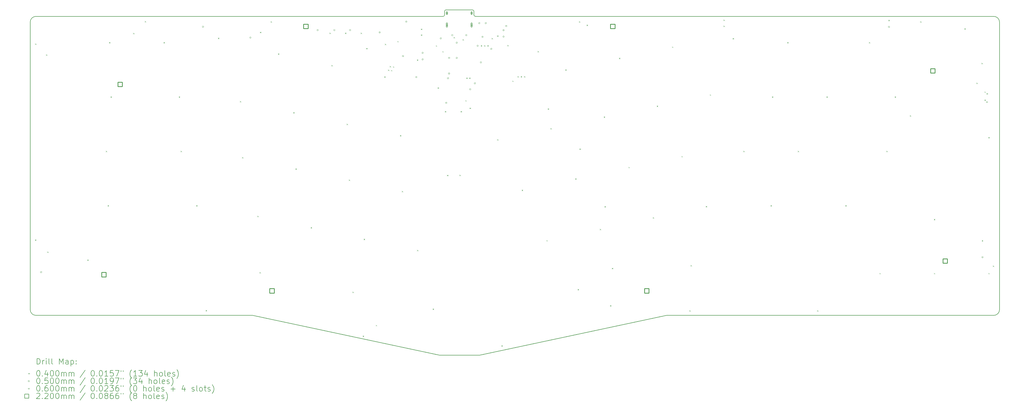
<source format=gbr>
%FSLAX45Y45*%
G04 Gerber Fmt 4.5, Leading zero omitted, Abs format (unit mm)*
G04 Created by KiCad (PCBNEW (5.99.0-10444-g64d35ecebc)) date 2021-06-19 10:51:50*
%MOMM*%
%LPD*%
G01*
G04 APERTURE LIST*
%TA.AperFunction,Profile*%
%ADD10C,0.150000*%
%TD*%
%ADD11C,0.200000*%
%ADD12C,0.040000*%
%ADD13C,0.050000*%
%ADD14C,0.060000*%
%ADD15C,0.220000*%
G04 APERTURE END LIST*
D10*
X36249995Y-2443251D02*
G75*
G02*
X36449995Y-2643251I0J-200000D01*
G01*
X2741250Y-12920750D02*
G75*
G02*
X2541250Y-12720750I0J200000D01*
G01*
X2541250Y-2643251D02*
X2541250Y-12720750D01*
X24811000Y-12920750D02*
X36249995Y-12920750D01*
X2741250Y-12920750D02*
X10312670Y-12920750D01*
X16860000Y-14312523D02*
X18263000Y-14312523D01*
X10312670Y-12920750D02*
X16860000Y-14312523D01*
X2741250Y-2443251D02*
G75*
G03*
X2541250Y-2643251I0J-200000D01*
G01*
X18263000Y-14312523D02*
X24811000Y-12920750D01*
X36449995Y-2643251D02*
X36449995Y-12720750D01*
X17037500Y-2397279D02*
X17037500Y-2261081D01*
X17037500Y-2261081D02*
G75*
G02*
X17088091Y-2214880I50591J-4599D01*
G01*
X36249995Y-12920750D02*
G75*
G03*
X36449995Y-12720750I0J200000D01*
G01*
X18117207Y-2443281D02*
X36249995Y-2443251D01*
X17037500Y-2397279D02*
G75*
G02*
X16986909Y-2443480I-50591J4599D01*
G01*
X18018799Y-2215000D02*
G75*
G02*
X18065000Y-2265591I-4599J-50591D01*
G01*
X16986909Y-2443480D02*
X2741250Y-2443251D01*
X18117207Y-2443281D02*
G75*
G02*
X18065000Y-2392500I-1407J50781D01*
G01*
X18018799Y-2215000D02*
X17088091Y-2214880D01*
X18065000Y-2392500D02*
X18065000Y-2265591D01*
D11*
D12*
X2710500Y-10259380D02*
X2750500Y-10299380D01*
X2750500Y-10259380D02*
X2710500Y-10299380D01*
X2713040Y-3393760D02*
X2753040Y-3433760D01*
X2753040Y-3393760D02*
X2713040Y-3433760D01*
X3094040Y-3774760D02*
X3134040Y-3814760D01*
X3134040Y-3774760D02*
X3094040Y-3814760D01*
X3134680Y-10683560D02*
X3174680Y-10723560D01*
X3174680Y-10683560D02*
X3134680Y-10723560D01*
X4539300Y-10965500D02*
X4579300Y-11005500D01*
X4579300Y-10965500D02*
X4539300Y-11005500D01*
X5187000Y-7155500D02*
X5227000Y-7195500D01*
X5227000Y-7155500D02*
X5187000Y-7195500D01*
X5250500Y-9060500D02*
X5290500Y-9100500D01*
X5290500Y-9060500D02*
X5250500Y-9100500D01*
X5301300Y-3345500D02*
X5341300Y-3385500D01*
X5341300Y-3345500D02*
X5301300Y-3385500D01*
X5352100Y-5250500D02*
X5392100Y-5290500D01*
X5392100Y-5250500D02*
X5352100Y-5290500D01*
X6142040Y-3022920D02*
X6182040Y-3062920D01*
X6182040Y-3022920D02*
X6142040Y-3062920D01*
X6550980Y-2609590D02*
X6590980Y-2649590D01*
X6590980Y-2609590D02*
X6550980Y-2649590D01*
X7206300Y-3345500D02*
X7246300Y-3385500D01*
X7246300Y-3345500D02*
X7206300Y-3385500D01*
X7739700Y-5250500D02*
X7779700Y-5290500D01*
X7779700Y-5250500D02*
X7739700Y-5290500D01*
X7803200Y-7155500D02*
X7843200Y-7195500D01*
X7843200Y-7155500D02*
X7803200Y-7195500D01*
X8349300Y-9060500D02*
X8389300Y-9100500D01*
X8389300Y-9060500D02*
X8349300Y-9100500D01*
X8679500Y-12733340D02*
X8719500Y-12773340D01*
X8719500Y-12733340D02*
X8679500Y-12773340D01*
X9111300Y-3193100D02*
X9151300Y-3233100D01*
X9151300Y-3193100D02*
X9111300Y-3233100D01*
X9876225Y-5410948D02*
X9916225Y-5450948D01*
X9916225Y-5410948D02*
X9876225Y-5450948D01*
X9953453Y-7376963D02*
X9993453Y-7416963D01*
X9993453Y-7376963D02*
X9953453Y-7416963D01*
X10486853Y-9434363D02*
X10526853Y-9474363D01*
X10526853Y-9434363D02*
X10486853Y-9474363D01*
X10563053Y-11402863D02*
X10603053Y-11442863D01*
X10603053Y-11402863D02*
X10563053Y-11442863D01*
X10581960Y-2984820D02*
X10621960Y-3024820D01*
X10621960Y-2984820D02*
X10581960Y-3024820D01*
X10952800Y-2613980D02*
X10992800Y-2653980D01*
X10992800Y-2613980D02*
X10952800Y-2653980D01*
X11210753Y-3744763D02*
X11250753Y-3784763D01*
X11250753Y-3744763D02*
X11210753Y-3784763D01*
X11744153Y-5802163D02*
X11784153Y-5842163D01*
X11784153Y-5802163D02*
X11744153Y-5842163D01*
X11820353Y-7770663D02*
X11860353Y-7810663D01*
X11860353Y-7770663D02*
X11820353Y-7810663D01*
X12353753Y-9828063D02*
X12393753Y-9868063D01*
X12393753Y-9828063D02*
X12353753Y-9868063D01*
X13010200Y-3015300D02*
X13050200Y-3055300D01*
X13050200Y-3015300D02*
X13010200Y-3055300D01*
X13077653Y-4151163D02*
X13117653Y-4191163D01*
X13117653Y-4151163D02*
X13077653Y-4191163D01*
X13556300Y-3015300D02*
X13596300Y-3055300D01*
X13596300Y-3015300D02*
X13556300Y-3055300D01*
X13611053Y-6208563D02*
X13651053Y-6248563D01*
X13651053Y-6208563D02*
X13611053Y-6248563D01*
X13687253Y-8164363D02*
X13727253Y-8204363D01*
X13727253Y-8164363D02*
X13687253Y-8204363D01*
X13814253Y-12088663D02*
X13854253Y-12128663D01*
X13854253Y-12088663D02*
X13814253Y-12128663D01*
X14102400Y-3015300D02*
X14142400Y-3055300D01*
X14142400Y-3015300D02*
X14102400Y-3055300D01*
X14173520Y-13629960D02*
X14213520Y-13669960D01*
X14213520Y-13629960D02*
X14173520Y-13669960D01*
X14207953Y-10234463D02*
X14247953Y-10274463D01*
X14247953Y-10234463D02*
X14207953Y-10274463D01*
X14295440Y-3551240D02*
X14335440Y-3591240D01*
X14335440Y-3551240D02*
X14295440Y-3591240D01*
X14630720Y-13254040D02*
X14670720Y-13294040D01*
X14670720Y-13254040D02*
X14630720Y-13294040D01*
X14927892Y-4548824D02*
X14967892Y-4588824D01*
X14967892Y-4548824D02*
X14927892Y-4588824D01*
X14945680Y-3406460D02*
X14985680Y-3446460D01*
X14985680Y-3406460D02*
X14945680Y-3446460D01*
X15056310Y-4310728D02*
X15096310Y-4350728D01*
X15096310Y-4310728D02*
X15056310Y-4350728D01*
X15118401Y-4183700D02*
X15158401Y-4223700D01*
X15158401Y-4183700D02*
X15118401Y-4223700D01*
X15163911Y-4321974D02*
X15203911Y-4361974D01*
X15203911Y-4321974D02*
X15163911Y-4361974D01*
X15232700Y-4196400D02*
X15272700Y-4236400D01*
X15272700Y-4196400D02*
X15232700Y-4236400D01*
X15385100Y-3307400D02*
X15425100Y-3347400D01*
X15425100Y-3307400D02*
X15385100Y-3347400D01*
X15477953Y-6602263D02*
X15517953Y-6642263D01*
X15517953Y-6602263D02*
X15477953Y-6642263D01*
X15541453Y-8558063D02*
X15581453Y-8598063D01*
X15581453Y-8558063D02*
X15541453Y-8598063D01*
X16070900Y-3955100D02*
X16110900Y-3995100D01*
X16110900Y-3955100D02*
X16070900Y-3995100D01*
X16074853Y-10628163D02*
X16114853Y-10668163D01*
X16114853Y-10628163D02*
X16074853Y-10668163D01*
X16210600Y-2875600D02*
X16250600Y-2915600D01*
X16250600Y-2875600D02*
X16210600Y-2915600D01*
X16210600Y-3078800D02*
X16250600Y-3118800D01*
X16250600Y-3078800D02*
X16210600Y-3118800D01*
X16620953Y-12685563D02*
X16660953Y-12725563D01*
X16660953Y-12685563D02*
X16620953Y-12725563D01*
X16731300Y-3459800D02*
X16771300Y-3499800D01*
X16771300Y-3459800D02*
X16731300Y-3499800D01*
X16794800Y-4932998D02*
X16834800Y-4972998D01*
X16834800Y-4932998D02*
X16794800Y-4972998D01*
X16959900Y-3663000D02*
X16999900Y-3703000D01*
X16999900Y-3663000D02*
X16959900Y-3703000D01*
X17046258Y-5761042D02*
X17086258Y-5801042D01*
X17086258Y-5761042D02*
X17046258Y-5801042D01*
X17122460Y-7996240D02*
X17162460Y-8036240D01*
X17162460Y-7996240D02*
X17122460Y-8036240D01*
X17353600Y-3165160D02*
X17393600Y-3205160D01*
X17393600Y-3165160D02*
X17353600Y-3205160D01*
X17556800Y-7993700D02*
X17596800Y-8033700D01*
X17596800Y-7993700D02*
X17556800Y-8033700D01*
X17597442Y-5761042D02*
X17637442Y-5801042D01*
X17637442Y-5761042D02*
X17597442Y-5801042D01*
X17664850Y-3245270D02*
X17704850Y-3285270D01*
X17704850Y-3245270D02*
X17664850Y-3285270D01*
X17763175Y-5380675D02*
X17803175Y-5420675D01*
X17803175Y-5380675D02*
X17763175Y-5420675D01*
X17798100Y-4590100D02*
X17838100Y-4630100D01*
X17838100Y-4590100D02*
X17798100Y-4630100D01*
X17899700Y-4590100D02*
X17939700Y-4630100D01*
X17939700Y-4590100D02*
X17899700Y-4630100D01*
X17912400Y-5644200D02*
X17952400Y-5684200D01*
X17952400Y-5644200D02*
X17912400Y-5684200D01*
X18306100Y-3456101D02*
X18346100Y-3496101D01*
X18346100Y-3456101D02*
X18306100Y-3496101D01*
X18420400Y-3456101D02*
X18460400Y-3496101D01*
X18460400Y-3456101D02*
X18420400Y-3496101D01*
X18534673Y-3455872D02*
X18574673Y-3495872D01*
X18574673Y-3455872D02*
X18534673Y-3495872D01*
X18678901Y-3197600D02*
X18718901Y-3237600D01*
X18718901Y-3197600D02*
X18678901Y-3237600D01*
X18877600Y-3111820D02*
X18917600Y-3151820D01*
X18917600Y-3111820D02*
X18877600Y-3151820D01*
X18877601Y-6749100D02*
X18917601Y-6789100D01*
X18917601Y-6749100D02*
X18877601Y-6789100D01*
X19024920Y-13967780D02*
X19064920Y-14007780D01*
X19064920Y-13967780D02*
X19024920Y-14007780D01*
X19233200Y-3447100D02*
X19273200Y-3487100D01*
X19273200Y-3447100D02*
X19233200Y-3487100D01*
X19406915Y-4695639D02*
X19446915Y-4735639D01*
X19446915Y-4695639D02*
X19406915Y-4735639D01*
X19588800Y-4539902D02*
X19628800Y-4579902D01*
X19628800Y-4539902D02*
X19588800Y-4579902D01*
X19703100Y-4539300D02*
X19743100Y-4579300D01*
X19743100Y-4539300D02*
X19703100Y-4579300D01*
X19737115Y-8518339D02*
X19777115Y-8558339D01*
X19777115Y-8518339D02*
X19737115Y-8558339D01*
X19817400Y-4539300D02*
X19857400Y-4579300D01*
X19857400Y-4539300D02*
X19817400Y-4579300D01*
X20293650Y-3656650D02*
X20333650Y-3696650D01*
X20333650Y-3656650D02*
X20293650Y-3696650D01*
X20600715Y-10283639D02*
X20640715Y-10323639D01*
X20640715Y-10283639D02*
X20600715Y-10323639D01*
X20645440Y-5669600D02*
X20685440Y-5709600D01*
X20685440Y-5669600D02*
X20645440Y-5709600D01*
X20740415Y-6359339D02*
X20780415Y-6399339D01*
X20780415Y-6359339D02*
X20740415Y-6399339D01*
X21261115Y-4301939D02*
X21301115Y-4341939D01*
X21301115Y-4301939D02*
X21261115Y-4341939D01*
X21608101Y-8120700D02*
X21648101Y-8160700D01*
X21648101Y-8120700D02*
X21608101Y-8160700D01*
X21692915Y-11998139D02*
X21732915Y-12038139D01*
X21732915Y-11998139D02*
X21692915Y-12038139D01*
X21737640Y-2613980D02*
X21777640Y-2653980D01*
X21777640Y-2613980D02*
X21737640Y-2653980D01*
X21752827Y-7074273D02*
X21792827Y-7114273D01*
X21792827Y-7074273D02*
X21752827Y-7114273D01*
X22004340Y-2735900D02*
X22044340Y-2775900D01*
X22044340Y-2735900D02*
X22004340Y-2775900D01*
X22467615Y-9889939D02*
X22507615Y-9929939D01*
X22507615Y-9889939D02*
X22467615Y-9929939D01*
X22607315Y-5952939D02*
X22647315Y-5992939D01*
X22647315Y-5952939D02*
X22607315Y-5992939D01*
X22631720Y-9093520D02*
X22671720Y-9133520D01*
X22671720Y-9093520D02*
X22631720Y-9133520D01*
X22827300Y-12565700D02*
X22867300Y-12605700D01*
X22867300Y-12565700D02*
X22827300Y-12605700D01*
X22892701Y-11256434D02*
X22932701Y-11296434D01*
X22932701Y-11256434D02*
X22892701Y-11296434D01*
X23140715Y-3895539D02*
X23180715Y-3935539D01*
X23180715Y-3895539D02*
X23140715Y-3935539D01*
X23470915Y-7718239D02*
X23510915Y-7758239D01*
X23510915Y-7718239D02*
X23470915Y-7758239D01*
X24321815Y-9483539D02*
X24361815Y-9523539D01*
X24361815Y-9483539D02*
X24321815Y-9523539D01*
X24461515Y-5571939D02*
X24501515Y-5611939D01*
X24501515Y-5571939D02*
X24461515Y-5611939D01*
X24994915Y-3501839D02*
X25034915Y-3541839D01*
X25034915Y-3501839D02*
X24994915Y-3541839D01*
X25325115Y-7337239D02*
X25365115Y-7377239D01*
X25365115Y-7337239D02*
X25325115Y-7377239D01*
X25598440Y-12740960D02*
X25638440Y-12780960D01*
X25638440Y-12740960D02*
X25598440Y-12780960D01*
X25642615Y-11159939D02*
X25682615Y-11199939D01*
X25682615Y-11159939D02*
X25642615Y-11199939D01*
X26176015Y-9089839D02*
X26216015Y-9129839D01*
X26216015Y-9089839D02*
X26176015Y-9129839D01*
X26315715Y-5178239D02*
X26355715Y-5218239D01*
X26355715Y-5178239D02*
X26315715Y-5218239D01*
X26794780Y-2558100D02*
X26834780Y-2598100D01*
X26834780Y-2558100D02*
X26794780Y-2598100D01*
X26794780Y-2771460D02*
X26834780Y-2811460D01*
X26834780Y-2771460D02*
X26794780Y-2811460D01*
X27113550Y-3205800D02*
X27153550Y-3245800D01*
X27153550Y-3205800D02*
X27113550Y-3245800D01*
X27488200Y-7155500D02*
X27528200Y-7195500D01*
X27528200Y-7155500D02*
X27488200Y-7195500D01*
X28440700Y-9060500D02*
X28480700Y-9100500D01*
X28480700Y-9060500D02*
X28440700Y-9100500D01*
X28491500Y-5250500D02*
X28531500Y-5290500D01*
X28531500Y-5250500D02*
X28491500Y-5290500D01*
X29024900Y-3345500D02*
X29064900Y-3385500D01*
X29064900Y-3345500D02*
X29024900Y-3385500D01*
X29393200Y-7155500D02*
X29433200Y-7195500D01*
X29433200Y-7155500D02*
X29393200Y-7195500D01*
X30068840Y-12740960D02*
X30108840Y-12780960D01*
X30108840Y-12740960D02*
X30068840Y-12780960D01*
X30396500Y-5250500D02*
X30436500Y-5290500D01*
X30436500Y-5250500D02*
X30396500Y-5290500D01*
X31056900Y-9060500D02*
X31096900Y-9100500D01*
X31096900Y-9060500D02*
X31056900Y-9100500D01*
X31882400Y-3345500D02*
X31922400Y-3385500D01*
X31922400Y-3345500D02*
X31882400Y-3385500D01*
X32250700Y-11435400D02*
X32290700Y-11475400D01*
X32290700Y-11435400D02*
X32250700Y-11475400D01*
X32492000Y-7155500D02*
X32532000Y-7195500D01*
X32532000Y-7155500D02*
X32492000Y-7195500D01*
X32563120Y-2563180D02*
X32603120Y-2603180D01*
X32603120Y-2563180D02*
X32563120Y-2603180D01*
X32784100Y-5250499D02*
X32824100Y-5290499D01*
X32824100Y-5250499D02*
X32784100Y-5290499D01*
X33311150Y-5910900D02*
X33351150Y-5950900D01*
X33351150Y-5910900D02*
X33311150Y-5950900D01*
X33675640Y-2613980D02*
X33715640Y-2653980D01*
X33715640Y-2613980D02*
X33675640Y-2653980D01*
X34155700Y-9543100D02*
X34195700Y-9583100D01*
X34195700Y-9543100D02*
X34155700Y-9583100D01*
X34155700Y-11435400D02*
X34195700Y-11475400D01*
X34195700Y-11435400D02*
X34155700Y-11475400D01*
X35222500Y-2862900D02*
X35262500Y-2902900D01*
X35262500Y-2862900D02*
X35222500Y-2902900D01*
X35641600Y-4767900D02*
X35681600Y-4807900D01*
X35681600Y-4767900D02*
X35641600Y-4807900D01*
X35816860Y-4074480D02*
X35856860Y-4114480D01*
X35856860Y-4074480D02*
X35816860Y-4114480D01*
X35832100Y-10284780D02*
X35872100Y-10324780D01*
X35872100Y-10284780D02*
X35832100Y-10324780D01*
X35923540Y-5075240D02*
X35963540Y-5115240D01*
X35963540Y-5075240D02*
X35923540Y-5115240D01*
X35924810Y-5356598D02*
X35964810Y-5396598D01*
X35964810Y-5356598D02*
X35924810Y-5396598D01*
X35990160Y-5423220D02*
X36030160Y-5463220D01*
X36030160Y-5423220D02*
X35990160Y-5463220D01*
X35996510Y-5134596D02*
X36036510Y-5174596D01*
X36036510Y-5134596D02*
X35996510Y-5174596D01*
X36060700Y-6672900D02*
X36100700Y-6712900D01*
X36100700Y-6672900D02*
X36060700Y-6712900D01*
X36060700Y-11435400D02*
X36100700Y-11475400D01*
X36100700Y-11435400D02*
X36060700Y-11475400D01*
X36215640Y-11173780D02*
X36255640Y-11213780D01*
X36255640Y-11173780D02*
X36215640Y-11213780D01*
D13*
X2948540Y-11407140D02*
G75*
G03*
X2948540Y-11407140I-25000J0D01*
G01*
X8610200Y-2804160D02*
G75*
G03*
X8610200Y-2804160I-25000J0D01*
G01*
X10266280Y-3187700D02*
G75*
G03*
X10266280Y-3187700I-25000J0D01*
G01*
X12620393Y-2924600D02*
G75*
G03*
X12620393Y-2924600I-25000J0D01*
G01*
X13205562Y-2924463D02*
G75*
G03*
X13205562Y-2924463I-25000J0D01*
G01*
X13754216Y-2924626D02*
G75*
G03*
X13754216Y-2924626I-25000J0D01*
G01*
X14792560Y-3004820D02*
G75*
G03*
X14792560Y-3004820I-25000J0D01*
G01*
X15607900Y-3835400D02*
G75*
G03*
X15607900Y-3835400I-25000J0D01*
G01*
X15722199Y-2628900D02*
G75*
G03*
X15722199Y-2628900I-25000J0D01*
G01*
X16072720Y-4572000D02*
G75*
G03*
X16072720Y-4572000I-25000J0D01*
G01*
X16293700Y-3721100D02*
G75*
G03*
X16293700Y-3721100I-25000J0D01*
G01*
X16293700Y-3949700D02*
G75*
G03*
X16293700Y-3949700I-25000J0D01*
G01*
X16928700Y-3213100D02*
G75*
G03*
X16928700Y-3213100I-25000J0D01*
G01*
X17119200Y-5473700D02*
G75*
G03*
X17119200Y-5473700I-25000J0D01*
G01*
X17182700Y-4610100D02*
G75*
G03*
X17182700Y-4610100I-25000J0D01*
G01*
X17220800Y-3898900D02*
G75*
G03*
X17220800Y-3898900I-25000J0D01*
G01*
X17220800Y-4445000D02*
G75*
G03*
X17220800Y-4445000I-25000J0D01*
G01*
X17330020Y-3101340D02*
G75*
G03*
X17330020Y-3101340I-25000J0D01*
G01*
X17487500Y-3365500D02*
G75*
G03*
X17487500Y-3365500I-25000J0D01*
G01*
X17487500Y-3898900D02*
G75*
G03*
X17487500Y-3898900I-25000J0D01*
G01*
X17820240Y-3101340D02*
G75*
G03*
X17820240Y-3101340I-25000J0D01*
G01*
X17957400Y-4997450D02*
G75*
G03*
X17957400Y-4997450I-25000J0D01*
G01*
X18122500Y-4787900D02*
G75*
G03*
X18122500Y-4787900I-25000J0D01*
G01*
X18221560Y-3474720D02*
G75*
G03*
X18221560Y-3474720I-25000J0D01*
G01*
X18274900Y-2679700D02*
G75*
G03*
X18274900Y-2679700I-25000J0D01*
G01*
X18333300Y-4056400D02*
G75*
G03*
X18333300Y-4056400I-25000J0D01*
G01*
X18389200Y-3162300D02*
G75*
G03*
X18389200Y-3162300I-25000J0D01*
G01*
X18503500Y-2679700D02*
G75*
G03*
X18503500Y-2679700I-25000J0D01*
G01*
X18696540Y-3581400D02*
G75*
G03*
X18696540Y-3581400I-25000J0D01*
G01*
X19125800Y-2928620D02*
G75*
G03*
X19125800Y-2928620I-25000J0D01*
G01*
X19125800Y-3152140D02*
G75*
G03*
X19125800Y-3152140I-25000J0D01*
G01*
X19219080Y-2782000D02*
G75*
G03*
X19219080Y-2782000I-25000J0D01*
G01*
X32608120Y-2811780D02*
G75*
G03*
X32608120Y-2811780I-25000J0D01*
G01*
X35879640Y-10881360D02*
G75*
G03*
X35879640Y-10881360I-25000J0D01*
G01*
D14*
X17118000Y-2299000D02*
X17118000Y-2359000D01*
X17088000Y-2329000D02*
X17148000Y-2329000D01*
D11*
X17098000Y-2299000D02*
X17098000Y-2359000D01*
X17138000Y-2299000D02*
X17138000Y-2359000D01*
X17098000Y-2359000D02*
G75*
G03*
X17138000Y-2359000I20000J0D01*
G01*
X17138000Y-2299000D02*
G75*
G03*
X17098000Y-2299000I-20000J0D01*
G01*
D14*
X17118000Y-2717000D02*
X17118000Y-2777000D01*
X17088000Y-2747000D02*
X17148000Y-2747000D01*
D11*
X17098000Y-2692000D02*
X17098000Y-2802000D01*
X17138000Y-2692000D02*
X17138000Y-2802000D01*
X17098000Y-2802000D02*
G75*
G03*
X17138000Y-2802000I20000J0D01*
G01*
X17138000Y-2692000D02*
G75*
G03*
X17098000Y-2692000I-20000J0D01*
G01*
D14*
X17982000Y-2299000D02*
X17982000Y-2359000D01*
X17952000Y-2329000D02*
X18012000Y-2329000D01*
D11*
X17962000Y-2299000D02*
X17962000Y-2359000D01*
X18002000Y-2299000D02*
X18002000Y-2359000D01*
X17962000Y-2359000D02*
G75*
G03*
X18002000Y-2359000I20000J0D01*
G01*
X18002000Y-2299000D02*
G75*
G03*
X17962000Y-2299000I-20000J0D01*
G01*
D14*
X17982000Y-2717000D02*
X17982000Y-2777000D01*
X17952000Y-2747000D02*
X18012000Y-2747000D01*
D11*
X17962000Y-2692000D02*
X17962000Y-2802000D01*
X18002000Y-2692000D02*
X18002000Y-2802000D01*
X17962000Y-2802000D02*
G75*
G03*
X18002000Y-2802000I20000J0D01*
G01*
X18002000Y-2692000D02*
G75*
G03*
X17962000Y-2692000I-20000J0D01*
G01*
D15*
X5197533Y-11569782D02*
X5197533Y-11414217D01*
X5041968Y-11414217D01*
X5041968Y-11569782D01*
X5197533Y-11569782D01*
X5764282Y-4902283D02*
X5764282Y-4746718D01*
X5608717Y-4746718D01*
X5608717Y-4902283D01*
X5764282Y-4902283D01*
X11073726Y-12138719D02*
X11073726Y-11983154D01*
X10918161Y-11983154D01*
X10918161Y-12138719D01*
X11073726Y-12138719D01*
X12260504Y-2871033D02*
X12260504Y-2715468D01*
X12104939Y-2715468D01*
X12104939Y-2871033D01*
X12260504Y-2871033D01*
X22997061Y-2871033D02*
X22997061Y-2715468D01*
X22841496Y-2715468D01*
X22841496Y-2871033D01*
X22997061Y-2871033D01*
X24183809Y-12138654D02*
X24183809Y-11983089D01*
X24028244Y-11983089D01*
X24028244Y-12138654D01*
X24183809Y-12138654D01*
X34195783Y-4426034D02*
X34195783Y-4270469D01*
X34040218Y-4270469D01*
X34040218Y-4426034D01*
X34195783Y-4426034D01*
X34622777Y-11093533D02*
X34622777Y-10937968D01*
X34467212Y-10937968D01*
X34467212Y-11093533D01*
X34622777Y-11093533D01*
D11*
X2776369Y-14630499D02*
X2776369Y-14430499D01*
X2823988Y-14430499D01*
X2852559Y-14440023D01*
X2871607Y-14459071D01*
X2881131Y-14478118D01*
X2890655Y-14516214D01*
X2890655Y-14544785D01*
X2881131Y-14582880D01*
X2871607Y-14601928D01*
X2852559Y-14620975D01*
X2823988Y-14630499D01*
X2776369Y-14630499D01*
X2976369Y-14630499D02*
X2976369Y-14497166D01*
X2976369Y-14535261D02*
X2985893Y-14516214D01*
X2995417Y-14506690D01*
X3014464Y-14497166D01*
X3033512Y-14497166D01*
X3100178Y-14630499D02*
X3100178Y-14497166D01*
X3100178Y-14430499D02*
X3090655Y-14440023D01*
X3100178Y-14449547D01*
X3109702Y-14440023D01*
X3100178Y-14430499D01*
X3100178Y-14449547D01*
X3223988Y-14630499D02*
X3204940Y-14620975D01*
X3195417Y-14601928D01*
X3195417Y-14430499D01*
X3328750Y-14630499D02*
X3309702Y-14620975D01*
X3300178Y-14601928D01*
X3300178Y-14430499D01*
X3557321Y-14630499D02*
X3557321Y-14430499D01*
X3623988Y-14573356D01*
X3690655Y-14430499D01*
X3690655Y-14630499D01*
X3871607Y-14630499D02*
X3871607Y-14525737D01*
X3862083Y-14506690D01*
X3843036Y-14497166D01*
X3804940Y-14497166D01*
X3785893Y-14506690D01*
X3871607Y-14620975D02*
X3852559Y-14630499D01*
X3804940Y-14630499D01*
X3785893Y-14620975D01*
X3776369Y-14601928D01*
X3776369Y-14582880D01*
X3785893Y-14563833D01*
X3804940Y-14554309D01*
X3852559Y-14554309D01*
X3871607Y-14544785D01*
X3966845Y-14497166D02*
X3966845Y-14697166D01*
X3966845Y-14506690D02*
X3985893Y-14497166D01*
X4023988Y-14497166D01*
X4043036Y-14506690D01*
X4052559Y-14516214D01*
X4062083Y-14535261D01*
X4062083Y-14592404D01*
X4052559Y-14611452D01*
X4043036Y-14620975D01*
X4023988Y-14630499D01*
X3985893Y-14630499D01*
X3966845Y-14620975D01*
X4147798Y-14611452D02*
X4157321Y-14620975D01*
X4147798Y-14630499D01*
X4138274Y-14620975D01*
X4147798Y-14611452D01*
X4147798Y-14630499D01*
X4147798Y-14506690D02*
X4157321Y-14516214D01*
X4147798Y-14525737D01*
X4138274Y-14516214D01*
X4147798Y-14506690D01*
X4147798Y-14525737D01*
D12*
X2478750Y-14940023D02*
X2518750Y-14980023D01*
X2518750Y-14940023D02*
X2478750Y-14980023D01*
D11*
X2814464Y-14850499D02*
X2833512Y-14850499D01*
X2852559Y-14860023D01*
X2862083Y-14869547D01*
X2871607Y-14888595D01*
X2881131Y-14926690D01*
X2881131Y-14974309D01*
X2871607Y-15012404D01*
X2862083Y-15031452D01*
X2852559Y-15040975D01*
X2833512Y-15050499D01*
X2814464Y-15050499D01*
X2795417Y-15040975D01*
X2785893Y-15031452D01*
X2776369Y-15012404D01*
X2766845Y-14974309D01*
X2766845Y-14926690D01*
X2776369Y-14888595D01*
X2785893Y-14869547D01*
X2795417Y-14860023D01*
X2814464Y-14850499D01*
X2966845Y-15031452D02*
X2976369Y-15040975D01*
X2966845Y-15050499D01*
X2957321Y-15040975D01*
X2966845Y-15031452D01*
X2966845Y-15050499D01*
X3147798Y-14917166D02*
X3147798Y-15050499D01*
X3100178Y-14840975D02*
X3052559Y-14983833D01*
X3176369Y-14983833D01*
X3290655Y-14850499D02*
X3309702Y-14850499D01*
X3328750Y-14860023D01*
X3338274Y-14869547D01*
X3347798Y-14888595D01*
X3357321Y-14926690D01*
X3357321Y-14974309D01*
X3347798Y-15012404D01*
X3338274Y-15031452D01*
X3328750Y-15040975D01*
X3309702Y-15050499D01*
X3290655Y-15050499D01*
X3271607Y-15040975D01*
X3262083Y-15031452D01*
X3252559Y-15012404D01*
X3243036Y-14974309D01*
X3243036Y-14926690D01*
X3252559Y-14888595D01*
X3262083Y-14869547D01*
X3271607Y-14860023D01*
X3290655Y-14850499D01*
X3481131Y-14850499D02*
X3500178Y-14850499D01*
X3519226Y-14860023D01*
X3528750Y-14869547D01*
X3538274Y-14888595D01*
X3547798Y-14926690D01*
X3547798Y-14974309D01*
X3538274Y-15012404D01*
X3528750Y-15031452D01*
X3519226Y-15040975D01*
X3500178Y-15050499D01*
X3481131Y-15050499D01*
X3462083Y-15040975D01*
X3452559Y-15031452D01*
X3443036Y-15012404D01*
X3433512Y-14974309D01*
X3433512Y-14926690D01*
X3443036Y-14888595D01*
X3452559Y-14869547D01*
X3462083Y-14860023D01*
X3481131Y-14850499D01*
X3633512Y-15050499D02*
X3633512Y-14917166D01*
X3633512Y-14936214D02*
X3643036Y-14926690D01*
X3662083Y-14917166D01*
X3690655Y-14917166D01*
X3709702Y-14926690D01*
X3719226Y-14945737D01*
X3719226Y-15050499D01*
X3719226Y-14945737D02*
X3728750Y-14926690D01*
X3747798Y-14917166D01*
X3776369Y-14917166D01*
X3795417Y-14926690D01*
X3804940Y-14945737D01*
X3804940Y-15050499D01*
X3900178Y-15050499D02*
X3900178Y-14917166D01*
X3900178Y-14936214D02*
X3909702Y-14926690D01*
X3928750Y-14917166D01*
X3957321Y-14917166D01*
X3976369Y-14926690D01*
X3985893Y-14945737D01*
X3985893Y-15050499D01*
X3985893Y-14945737D02*
X3995417Y-14926690D01*
X4014464Y-14917166D01*
X4043036Y-14917166D01*
X4062083Y-14926690D01*
X4071607Y-14945737D01*
X4071607Y-15050499D01*
X4462083Y-14840975D02*
X4290655Y-15098118D01*
X4719226Y-14850499D02*
X4738274Y-14850499D01*
X4757321Y-14860023D01*
X4766845Y-14869547D01*
X4776369Y-14888595D01*
X4785893Y-14926690D01*
X4785893Y-14974309D01*
X4776369Y-15012404D01*
X4766845Y-15031452D01*
X4757321Y-15040975D01*
X4738274Y-15050499D01*
X4719226Y-15050499D01*
X4700179Y-15040975D01*
X4690655Y-15031452D01*
X4681131Y-15012404D01*
X4671607Y-14974309D01*
X4671607Y-14926690D01*
X4681131Y-14888595D01*
X4690655Y-14869547D01*
X4700179Y-14860023D01*
X4719226Y-14850499D01*
X4871607Y-15031452D02*
X4881131Y-15040975D01*
X4871607Y-15050499D01*
X4862083Y-15040975D01*
X4871607Y-15031452D01*
X4871607Y-15050499D01*
X5004940Y-14850499D02*
X5023988Y-14850499D01*
X5043036Y-14860023D01*
X5052560Y-14869547D01*
X5062083Y-14888595D01*
X5071607Y-14926690D01*
X5071607Y-14974309D01*
X5062083Y-15012404D01*
X5052560Y-15031452D01*
X5043036Y-15040975D01*
X5023988Y-15050499D01*
X5004940Y-15050499D01*
X4985893Y-15040975D01*
X4976369Y-15031452D01*
X4966845Y-15012404D01*
X4957321Y-14974309D01*
X4957321Y-14926690D01*
X4966845Y-14888595D01*
X4976369Y-14869547D01*
X4985893Y-14860023D01*
X5004940Y-14850499D01*
X5262083Y-15050499D02*
X5147798Y-15050499D01*
X5204940Y-15050499D02*
X5204940Y-14850499D01*
X5185893Y-14879071D01*
X5166845Y-14898118D01*
X5147798Y-14907642D01*
X5443036Y-14850499D02*
X5347798Y-14850499D01*
X5338274Y-14945737D01*
X5347798Y-14936214D01*
X5366845Y-14926690D01*
X5414464Y-14926690D01*
X5433512Y-14936214D01*
X5443036Y-14945737D01*
X5452560Y-14964785D01*
X5452560Y-15012404D01*
X5443036Y-15031452D01*
X5433512Y-15040975D01*
X5414464Y-15050499D01*
X5366845Y-15050499D01*
X5347798Y-15040975D01*
X5338274Y-15031452D01*
X5519226Y-14850499D02*
X5652559Y-14850499D01*
X5566845Y-15050499D01*
X5719226Y-14850499D02*
X5719226Y-14888595D01*
X5795417Y-14850499D02*
X5795417Y-14888595D01*
X6090655Y-15126690D02*
X6081131Y-15117166D01*
X6062083Y-15088595D01*
X6052559Y-15069547D01*
X6043036Y-15040975D01*
X6033512Y-14993356D01*
X6033512Y-14955261D01*
X6043036Y-14907642D01*
X6052559Y-14879071D01*
X6062083Y-14860023D01*
X6081131Y-14831452D01*
X6090655Y-14821928D01*
X6271607Y-15050499D02*
X6157321Y-15050499D01*
X6214464Y-15050499D02*
X6214464Y-14850499D01*
X6195417Y-14879071D01*
X6176369Y-14898118D01*
X6157321Y-14907642D01*
X6338274Y-14850499D02*
X6462083Y-14850499D01*
X6395417Y-14926690D01*
X6423988Y-14926690D01*
X6443036Y-14936214D01*
X6452559Y-14945737D01*
X6462083Y-14964785D01*
X6462083Y-15012404D01*
X6452559Y-15031452D01*
X6443036Y-15040975D01*
X6423988Y-15050499D01*
X6366845Y-15050499D01*
X6347798Y-15040975D01*
X6338274Y-15031452D01*
X6633512Y-14917166D02*
X6633512Y-15050499D01*
X6585893Y-14840975D02*
X6538274Y-14983833D01*
X6662083Y-14983833D01*
X6890655Y-15050499D02*
X6890655Y-14850499D01*
X6976369Y-15050499D02*
X6976369Y-14945737D01*
X6966845Y-14926690D01*
X6947798Y-14917166D01*
X6919226Y-14917166D01*
X6900178Y-14926690D01*
X6890655Y-14936214D01*
X7100178Y-15050499D02*
X7081131Y-15040975D01*
X7071607Y-15031452D01*
X7062083Y-15012404D01*
X7062083Y-14955261D01*
X7071607Y-14936214D01*
X7081131Y-14926690D01*
X7100178Y-14917166D01*
X7128750Y-14917166D01*
X7147798Y-14926690D01*
X7157321Y-14936214D01*
X7166845Y-14955261D01*
X7166845Y-15012404D01*
X7157321Y-15031452D01*
X7147798Y-15040975D01*
X7128750Y-15050499D01*
X7100178Y-15050499D01*
X7281131Y-15050499D02*
X7262083Y-15040975D01*
X7252559Y-15021928D01*
X7252559Y-14850499D01*
X7433512Y-15040975D02*
X7414464Y-15050499D01*
X7376369Y-15050499D01*
X7357321Y-15040975D01*
X7347798Y-15021928D01*
X7347798Y-14945737D01*
X7357321Y-14926690D01*
X7376369Y-14917166D01*
X7414464Y-14917166D01*
X7433512Y-14926690D01*
X7443036Y-14945737D01*
X7443036Y-14964785D01*
X7347798Y-14983833D01*
X7519226Y-15040975D02*
X7538274Y-15050499D01*
X7576369Y-15050499D01*
X7595417Y-15040975D01*
X7604940Y-15021928D01*
X7604940Y-15012404D01*
X7595417Y-14993356D01*
X7576369Y-14983833D01*
X7547798Y-14983833D01*
X7528750Y-14974309D01*
X7519226Y-14955261D01*
X7519226Y-14945737D01*
X7528750Y-14926690D01*
X7547798Y-14917166D01*
X7576369Y-14917166D01*
X7595417Y-14926690D01*
X7671607Y-15126690D02*
X7681131Y-15117166D01*
X7700178Y-15088595D01*
X7709702Y-15069547D01*
X7719226Y-15040975D01*
X7728750Y-14993356D01*
X7728750Y-14955261D01*
X7719226Y-14907642D01*
X7709702Y-14879071D01*
X7700178Y-14860023D01*
X7681131Y-14831452D01*
X7671607Y-14821928D01*
D13*
X2518750Y-15224023D02*
G75*
G03*
X2518750Y-15224023I-25000J0D01*
G01*
D11*
X2814464Y-15114499D02*
X2833512Y-15114499D01*
X2852559Y-15124023D01*
X2862083Y-15133547D01*
X2871607Y-15152595D01*
X2881131Y-15190690D01*
X2881131Y-15238309D01*
X2871607Y-15276404D01*
X2862083Y-15295452D01*
X2852559Y-15304975D01*
X2833512Y-15314499D01*
X2814464Y-15314499D01*
X2795417Y-15304975D01*
X2785893Y-15295452D01*
X2776369Y-15276404D01*
X2766845Y-15238309D01*
X2766845Y-15190690D01*
X2776369Y-15152595D01*
X2785893Y-15133547D01*
X2795417Y-15124023D01*
X2814464Y-15114499D01*
X2966845Y-15295452D02*
X2976369Y-15304975D01*
X2966845Y-15314499D01*
X2957321Y-15304975D01*
X2966845Y-15295452D01*
X2966845Y-15314499D01*
X3157321Y-15114499D02*
X3062083Y-15114499D01*
X3052559Y-15209737D01*
X3062083Y-15200214D01*
X3081131Y-15190690D01*
X3128750Y-15190690D01*
X3147798Y-15200214D01*
X3157321Y-15209737D01*
X3166845Y-15228785D01*
X3166845Y-15276404D01*
X3157321Y-15295452D01*
X3147798Y-15304975D01*
X3128750Y-15314499D01*
X3081131Y-15314499D01*
X3062083Y-15304975D01*
X3052559Y-15295452D01*
X3290655Y-15114499D02*
X3309702Y-15114499D01*
X3328750Y-15124023D01*
X3338274Y-15133547D01*
X3347798Y-15152595D01*
X3357321Y-15190690D01*
X3357321Y-15238309D01*
X3347798Y-15276404D01*
X3338274Y-15295452D01*
X3328750Y-15304975D01*
X3309702Y-15314499D01*
X3290655Y-15314499D01*
X3271607Y-15304975D01*
X3262083Y-15295452D01*
X3252559Y-15276404D01*
X3243036Y-15238309D01*
X3243036Y-15190690D01*
X3252559Y-15152595D01*
X3262083Y-15133547D01*
X3271607Y-15124023D01*
X3290655Y-15114499D01*
X3481131Y-15114499D02*
X3500178Y-15114499D01*
X3519226Y-15124023D01*
X3528750Y-15133547D01*
X3538274Y-15152595D01*
X3547798Y-15190690D01*
X3547798Y-15238309D01*
X3538274Y-15276404D01*
X3528750Y-15295452D01*
X3519226Y-15304975D01*
X3500178Y-15314499D01*
X3481131Y-15314499D01*
X3462083Y-15304975D01*
X3452559Y-15295452D01*
X3443036Y-15276404D01*
X3433512Y-15238309D01*
X3433512Y-15190690D01*
X3443036Y-15152595D01*
X3452559Y-15133547D01*
X3462083Y-15124023D01*
X3481131Y-15114499D01*
X3633512Y-15314499D02*
X3633512Y-15181166D01*
X3633512Y-15200214D02*
X3643036Y-15190690D01*
X3662083Y-15181166D01*
X3690655Y-15181166D01*
X3709702Y-15190690D01*
X3719226Y-15209737D01*
X3719226Y-15314499D01*
X3719226Y-15209737D02*
X3728750Y-15190690D01*
X3747798Y-15181166D01*
X3776369Y-15181166D01*
X3795417Y-15190690D01*
X3804940Y-15209737D01*
X3804940Y-15314499D01*
X3900178Y-15314499D02*
X3900178Y-15181166D01*
X3900178Y-15200214D02*
X3909702Y-15190690D01*
X3928750Y-15181166D01*
X3957321Y-15181166D01*
X3976369Y-15190690D01*
X3985893Y-15209737D01*
X3985893Y-15314499D01*
X3985893Y-15209737D02*
X3995417Y-15190690D01*
X4014464Y-15181166D01*
X4043036Y-15181166D01*
X4062083Y-15190690D01*
X4071607Y-15209737D01*
X4071607Y-15314499D01*
X4462083Y-15104975D02*
X4290655Y-15362118D01*
X4719226Y-15114499D02*
X4738274Y-15114499D01*
X4757321Y-15124023D01*
X4766845Y-15133547D01*
X4776369Y-15152595D01*
X4785893Y-15190690D01*
X4785893Y-15238309D01*
X4776369Y-15276404D01*
X4766845Y-15295452D01*
X4757321Y-15304975D01*
X4738274Y-15314499D01*
X4719226Y-15314499D01*
X4700179Y-15304975D01*
X4690655Y-15295452D01*
X4681131Y-15276404D01*
X4671607Y-15238309D01*
X4671607Y-15190690D01*
X4681131Y-15152595D01*
X4690655Y-15133547D01*
X4700179Y-15124023D01*
X4719226Y-15114499D01*
X4871607Y-15295452D02*
X4881131Y-15304975D01*
X4871607Y-15314499D01*
X4862083Y-15304975D01*
X4871607Y-15295452D01*
X4871607Y-15314499D01*
X5004940Y-15114499D02*
X5023988Y-15114499D01*
X5043036Y-15124023D01*
X5052560Y-15133547D01*
X5062083Y-15152595D01*
X5071607Y-15190690D01*
X5071607Y-15238309D01*
X5062083Y-15276404D01*
X5052560Y-15295452D01*
X5043036Y-15304975D01*
X5023988Y-15314499D01*
X5004940Y-15314499D01*
X4985893Y-15304975D01*
X4976369Y-15295452D01*
X4966845Y-15276404D01*
X4957321Y-15238309D01*
X4957321Y-15190690D01*
X4966845Y-15152595D01*
X4976369Y-15133547D01*
X4985893Y-15124023D01*
X5004940Y-15114499D01*
X5262083Y-15314499D02*
X5147798Y-15314499D01*
X5204940Y-15314499D02*
X5204940Y-15114499D01*
X5185893Y-15143071D01*
X5166845Y-15162118D01*
X5147798Y-15171642D01*
X5357321Y-15314499D02*
X5395417Y-15314499D01*
X5414464Y-15304975D01*
X5423988Y-15295452D01*
X5443036Y-15266880D01*
X5452560Y-15228785D01*
X5452560Y-15152595D01*
X5443036Y-15133547D01*
X5433512Y-15124023D01*
X5414464Y-15114499D01*
X5376369Y-15114499D01*
X5357321Y-15124023D01*
X5347798Y-15133547D01*
X5338274Y-15152595D01*
X5338274Y-15200214D01*
X5347798Y-15219261D01*
X5357321Y-15228785D01*
X5376369Y-15238309D01*
X5414464Y-15238309D01*
X5433512Y-15228785D01*
X5443036Y-15219261D01*
X5452560Y-15200214D01*
X5519226Y-15114499D02*
X5652559Y-15114499D01*
X5566845Y-15314499D01*
X5719226Y-15114499D02*
X5719226Y-15152595D01*
X5795417Y-15114499D02*
X5795417Y-15152595D01*
X6090655Y-15390690D02*
X6081131Y-15381166D01*
X6062083Y-15352595D01*
X6052559Y-15333547D01*
X6043036Y-15304975D01*
X6033512Y-15257356D01*
X6033512Y-15219261D01*
X6043036Y-15171642D01*
X6052559Y-15143071D01*
X6062083Y-15124023D01*
X6081131Y-15095452D01*
X6090655Y-15085928D01*
X6147798Y-15114499D02*
X6271607Y-15114499D01*
X6204940Y-15190690D01*
X6233512Y-15190690D01*
X6252559Y-15200214D01*
X6262083Y-15209737D01*
X6271607Y-15228785D01*
X6271607Y-15276404D01*
X6262083Y-15295452D01*
X6252559Y-15304975D01*
X6233512Y-15314499D01*
X6176369Y-15314499D01*
X6157321Y-15304975D01*
X6147798Y-15295452D01*
X6443036Y-15181166D02*
X6443036Y-15314499D01*
X6395417Y-15104975D02*
X6347798Y-15247833D01*
X6471607Y-15247833D01*
X6700178Y-15314499D02*
X6700178Y-15114499D01*
X6785893Y-15314499D02*
X6785893Y-15209737D01*
X6776369Y-15190690D01*
X6757321Y-15181166D01*
X6728750Y-15181166D01*
X6709702Y-15190690D01*
X6700178Y-15200214D01*
X6909702Y-15314499D02*
X6890655Y-15304975D01*
X6881131Y-15295452D01*
X6871607Y-15276404D01*
X6871607Y-15219261D01*
X6881131Y-15200214D01*
X6890655Y-15190690D01*
X6909702Y-15181166D01*
X6938274Y-15181166D01*
X6957321Y-15190690D01*
X6966845Y-15200214D01*
X6976369Y-15219261D01*
X6976369Y-15276404D01*
X6966845Y-15295452D01*
X6957321Y-15304975D01*
X6938274Y-15314499D01*
X6909702Y-15314499D01*
X7090655Y-15314499D02*
X7071607Y-15304975D01*
X7062083Y-15285928D01*
X7062083Y-15114499D01*
X7243036Y-15304975D02*
X7223988Y-15314499D01*
X7185893Y-15314499D01*
X7166845Y-15304975D01*
X7157321Y-15285928D01*
X7157321Y-15209737D01*
X7166845Y-15190690D01*
X7185893Y-15181166D01*
X7223988Y-15181166D01*
X7243036Y-15190690D01*
X7252559Y-15209737D01*
X7252559Y-15228785D01*
X7157321Y-15247833D01*
X7328750Y-15304975D02*
X7347798Y-15314499D01*
X7385893Y-15314499D01*
X7404940Y-15304975D01*
X7414464Y-15285928D01*
X7414464Y-15276404D01*
X7404940Y-15257356D01*
X7385893Y-15247833D01*
X7357321Y-15247833D01*
X7338274Y-15238309D01*
X7328750Y-15219261D01*
X7328750Y-15209737D01*
X7338274Y-15190690D01*
X7357321Y-15181166D01*
X7385893Y-15181166D01*
X7404940Y-15190690D01*
X7481131Y-15390690D02*
X7490655Y-15381166D01*
X7509702Y-15352595D01*
X7519226Y-15333547D01*
X7528750Y-15304975D01*
X7538274Y-15257356D01*
X7538274Y-15219261D01*
X7528750Y-15171642D01*
X7519226Y-15143071D01*
X7509702Y-15124023D01*
X7490655Y-15095452D01*
X7481131Y-15085928D01*
D14*
X2488750Y-15458023D02*
X2488750Y-15518023D01*
X2458750Y-15488023D02*
X2518750Y-15488023D01*
D11*
X2814464Y-15378499D02*
X2833512Y-15378499D01*
X2852559Y-15388023D01*
X2862083Y-15397547D01*
X2871607Y-15416595D01*
X2881131Y-15454690D01*
X2881131Y-15502309D01*
X2871607Y-15540404D01*
X2862083Y-15559452D01*
X2852559Y-15568975D01*
X2833512Y-15578499D01*
X2814464Y-15578499D01*
X2795417Y-15568975D01*
X2785893Y-15559452D01*
X2776369Y-15540404D01*
X2766845Y-15502309D01*
X2766845Y-15454690D01*
X2776369Y-15416595D01*
X2785893Y-15397547D01*
X2795417Y-15388023D01*
X2814464Y-15378499D01*
X2966845Y-15559452D02*
X2976369Y-15568975D01*
X2966845Y-15578499D01*
X2957321Y-15568975D01*
X2966845Y-15559452D01*
X2966845Y-15578499D01*
X3147798Y-15378499D02*
X3109702Y-15378499D01*
X3090655Y-15388023D01*
X3081131Y-15397547D01*
X3062083Y-15426118D01*
X3052559Y-15464214D01*
X3052559Y-15540404D01*
X3062083Y-15559452D01*
X3071607Y-15568975D01*
X3090655Y-15578499D01*
X3128750Y-15578499D01*
X3147798Y-15568975D01*
X3157321Y-15559452D01*
X3166845Y-15540404D01*
X3166845Y-15492785D01*
X3157321Y-15473737D01*
X3147798Y-15464214D01*
X3128750Y-15454690D01*
X3090655Y-15454690D01*
X3071607Y-15464214D01*
X3062083Y-15473737D01*
X3052559Y-15492785D01*
X3290655Y-15378499D02*
X3309702Y-15378499D01*
X3328750Y-15388023D01*
X3338274Y-15397547D01*
X3347798Y-15416595D01*
X3357321Y-15454690D01*
X3357321Y-15502309D01*
X3347798Y-15540404D01*
X3338274Y-15559452D01*
X3328750Y-15568975D01*
X3309702Y-15578499D01*
X3290655Y-15578499D01*
X3271607Y-15568975D01*
X3262083Y-15559452D01*
X3252559Y-15540404D01*
X3243036Y-15502309D01*
X3243036Y-15454690D01*
X3252559Y-15416595D01*
X3262083Y-15397547D01*
X3271607Y-15388023D01*
X3290655Y-15378499D01*
X3481131Y-15378499D02*
X3500178Y-15378499D01*
X3519226Y-15388023D01*
X3528750Y-15397547D01*
X3538274Y-15416595D01*
X3547798Y-15454690D01*
X3547798Y-15502309D01*
X3538274Y-15540404D01*
X3528750Y-15559452D01*
X3519226Y-15568975D01*
X3500178Y-15578499D01*
X3481131Y-15578499D01*
X3462083Y-15568975D01*
X3452559Y-15559452D01*
X3443036Y-15540404D01*
X3433512Y-15502309D01*
X3433512Y-15454690D01*
X3443036Y-15416595D01*
X3452559Y-15397547D01*
X3462083Y-15388023D01*
X3481131Y-15378499D01*
X3633512Y-15578499D02*
X3633512Y-15445166D01*
X3633512Y-15464214D02*
X3643036Y-15454690D01*
X3662083Y-15445166D01*
X3690655Y-15445166D01*
X3709702Y-15454690D01*
X3719226Y-15473737D01*
X3719226Y-15578499D01*
X3719226Y-15473737D02*
X3728750Y-15454690D01*
X3747798Y-15445166D01*
X3776369Y-15445166D01*
X3795417Y-15454690D01*
X3804940Y-15473737D01*
X3804940Y-15578499D01*
X3900178Y-15578499D02*
X3900178Y-15445166D01*
X3900178Y-15464214D02*
X3909702Y-15454690D01*
X3928750Y-15445166D01*
X3957321Y-15445166D01*
X3976369Y-15454690D01*
X3985893Y-15473737D01*
X3985893Y-15578499D01*
X3985893Y-15473737D02*
X3995417Y-15454690D01*
X4014464Y-15445166D01*
X4043036Y-15445166D01*
X4062083Y-15454690D01*
X4071607Y-15473737D01*
X4071607Y-15578499D01*
X4462083Y-15368975D02*
X4290655Y-15626118D01*
X4719226Y-15378499D02*
X4738274Y-15378499D01*
X4757321Y-15388023D01*
X4766845Y-15397547D01*
X4776369Y-15416595D01*
X4785893Y-15454690D01*
X4785893Y-15502309D01*
X4776369Y-15540404D01*
X4766845Y-15559452D01*
X4757321Y-15568975D01*
X4738274Y-15578499D01*
X4719226Y-15578499D01*
X4700179Y-15568975D01*
X4690655Y-15559452D01*
X4681131Y-15540404D01*
X4671607Y-15502309D01*
X4671607Y-15454690D01*
X4681131Y-15416595D01*
X4690655Y-15397547D01*
X4700179Y-15388023D01*
X4719226Y-15378499D01*
X4871607Y-15559452D02*
X4881131Y-15568975D01*
X4871607Y-15578499D01*
X4862083Y-15568975D01*
X4871607Y-15559452D01*
X4871607Y-15578499D01*
X5004940Y-15378499D02*
X5023988Y-15378499D01*
X5043036Y-15388023D01*
X5052560Y-15397547D01*
X5062083Y-15416595D01*
X5071607Y-15454690D01*
X5071607Y-15502309D01*
X5062083Y-15540404D01*
X5052560Y-15559452D01*
X5043036Y-15568975D01*
X5023988Y-15578499D01*
X5004940Y-15578499D01*
X4985893Y-15568975D01*
X4976369Y-15559452D01*
X4966845Y-15540404D01*
X4957321Y-15502309D01*
X4957321Y-15454690D01*
X4966845Y-15416595D01*
X4976369Y-15397547D01*
X4985893Y-15388023D01*
X5004940Y-15378499D01*
X5147798Y-15397547D02*
X5157321Y-15388023D01*
X5176369Y-15378499D01*
X5223988Y-15378499D01*
X5243036Y-15388023D01*
X5252560Y-15397547D01*
X5262083Y-15416595D01*
X5262083Y-15435642D01*
X5252560Y-15464214D01*
X5138274Y-15578499D01*
X5262083Y-15578499D01*
X5328750Y-15378499D02*
X5452560Y-15378499D01*
X5385893Y-15454690D01*
X5414464Y-15454690D01*
X5433512Y-15464214D01*
X5443036Y-15473737D01*
X5452560Y-15492785D01*
X5452560Y-15540404D01*
X5443036Y-15559452D01*
X5433512Y-15568975D01*
X5414464Y-15578499D01*
X5357321Y-15578499D01*
X5338274Y-15568975D01*
X5328750Y-15559452D01*
X5623988Y-15378499D02*
X5585893Y-15378499D01*
X5566845Y-15388023D01*
X5557321Y-15397547D01*
X5538274Y-15426118D01*
X5528750Y-15464214D01*
X5528750Y-15540404D01*
X5538274Y-15559452D01*
X5547798Y-15568975D01*
X5566845Y-15578499D01*
X5604940Y-15578499D01*
X5623988Y-15568975D01*
X5633512Y-15559452D01*
X5643036Y-15540404D01*
X5643036Y-15492785D01*
X5633512Y-15473737D01*
X5623988Y-15464214D01*
X5604940Y-15454690D01*
X5566845Y-15454690D01*
X5547798Y-15464214D01*
X5538274Y-15473737D01*
X5528750Y-15492785D01*
X5719226Y-15378499D02*
X5719226Y-15416595D01*
X5795417Y-15378499D02*
X5795417Y-15416595D01*
X6090655Y-15654690D02*
X6081131Y-15645166D01*
X6062083Y-15616595D01*
X6052559Y-15597547D01*
X6043036Y-15568975D01*
X6033512Y-15521356D01*
X6033512Y-15483261D01*
X6043036Y-15435642D01*
X6052559Y-15407071D01*
X6062083Y-15388023D01*
X6081131Y-15359452D01*
X6090655Y-15349928D01*
X6204940Y-15378499D02*
X6223988Y-15378499D01*
X6243036Y-15388023D01*
X6252559Y-15397547D01*
X6262083Y-15416595D01*
X6271607Y-15454690D01*
X6271607Y-15502309D01*
X6262083Y-15540404D01*
X6252559Y-15559452D01*
X6243036Y-15568975D01*
X6223988Y-15578499D01*
X6204940Y-15578499D01*
X6185893Y-15568975D01*
X6176369Y-15559452D01*
X6166845Y-15540404D01*
X6157321Y-15502309D01*
X6157321Y-15454690D01*
X6166845Y-15416595D01*
X6176369Y-15397547D01*
X6185893Y-15388023D01*
X6204940Y-15378499D01*
X6509702Y-15578499D02*
X6509702Y-15378499D01*
X6595417Y-15578499D02*
X6595417Y-15473737D01*
X6585893Y-15454690D01*
X6566845Y-15445166D01*
X6538274Y-15445166D01*
X6519226Y-15454690D01*
X6509702Y-15464214D01*
X6719226Y-15578499D02*
X6700178Y-15568975D01*
X6690655Y-15559452D01*
X6681131Y-15540404D01*
X6681131Y-15483261D01*
X6690655Y-15464214D01*
X6700178Y-15454690D01*
X6719226Y-15445166D01*
X6747798Y-15445166D01*
X6766845Y-15454690D01*
X6776369Y-15464214D01*
X6785893Y-15483261D01*
X6785893Y-15540404D01*
X6776369Y-15559452D01*
X6766845Y-15568975D01*
X6747798Y-15578499D01*
X6719226Y-15578499D01*
X6900178Y-15578499D02*
X6881131Y-15568975D01*
X6871607Y-15549928D01*
X6871607Y-15378499D01*
X7052559Y-15568975D02*
X7033512Y-15578499D01*
X6995417Y-15578499D01*
X6976369Y-15568975D01*
X6966845Y-15549928D01*
X6966845Y-15473737D01*
X6976369Y-15454690D01*
X6995417Y-15445166D01*
X7033512Y-15445166D01*
X7052559Y-15454690D01*
X7062083Y-15473737D01*
X7062083Y-15492785D01*
X6966845Y-15511833D01*
X7138274Y-15568975D02*
X7157321Y-15578499D01*
X7195417Y-15578499D01*
X7214464Y-15568975D01*
X7223988Y-15549928D01*
X7223988Y-15540404D01*
X7214464Y-15521356D01*
X7195417Y-15511833D01*
X7166845Y-15511833D01*
X7147798Y-15502309D01*
X7138274Y-15483261D01*
X7138274Y-15473737D01*
X7147798Y-15454690D01*
X7166845Y-15445166D01*
X7195417Y-15445166D01*
X7214464Y-15454690D01*
X7462083Y-15502309D02*
X7614464Y-15502309D01*
X7538274Y-15578499D02*
X7538274Y-15426118D01*
X7947798Y-15445166D02*
X7947798Y-15578499D01*
X7900178Y-15368975D02*
X7852559Y-15511833D01*
X7976369Y-15511833D01*
X8195417Y-15568975D02*
X8214464Y-15578499D01*
X8252559Y-15578499D01*
X8271607Y-15568975D01*
X8281131Y-15549928D01*
X8281131Y-15540404D01*
X8271607Y-15521356D01*
X8252559Y-15511833D01*
X8223988Y-15511833D01*
X8204940Y-15502309D01*
X8195417Y-15483261D01*
X8195417Y-15473737D01*
X8204940Y-15454690D01*
X8223988Y-15445166D01*
X8252559Y-15445166D01*
X8271607Y-15454690D01*
X8395417Y-15578499D02*
X8376369Y-15568975D01*
X8366845Y-15549928D01*
X8366845Y-15378499D01*
X8500179Y-15578499D02*
X8481131Y-15568975D01*
X8471607Y-15559452D01*
X8462083Y-15540404D01*
X8462083Y-15483261D01*
X8471607Y-15464214D01*
X8481131Y-15454690D01*
X8500179Y-15445166D01*
X8528750Y-15445166D01*
X8547798Y-15454690D01*
X8557321Y-15464214D01*
X8566845Y-15483261D01*
X8566845Y-15540404D01*
X8557321Y-15559452D01*
X8547798Y-15568975D01*
X8528750Y-15578499D01*
X8500179Y-15578499D01*
X8623988Y-15445166D02*
X8700179Y-15445166D01*
X8652560Y-15378499D02*
X8652560Y-15549928D01*
X8662083Y-15568975D01*
X8681131Y-15578499D01*
X8700179Y-15578499D01*
X8757321Y-15568975D02*
X8776369Y-15578499D01*
X8814464Y-15578499D01*
X8833512Y-15568975D01*
X8843036Y-15549928D01*
X8843036Y-15540404D01*
X8833512Y-15521356D01*
X8814464Y-15511833D01*
X8785893Y-15511833D01*
X8766845Y-15502309D01*
X8757321Y-15483261D01*
X8757321Y-15473737D01*
X8766845Y-15454690D01*
X8785893Y-15445166D01*
X8814464Y-15445166D01*
X8833512Y-15454690D01*
X8909702Y-15654690D02*
X8919226Y-15645166D01*
X8938274Y-15616595D01*
X8947798Y-15597547D01*
X8957321Y-15568975D01*
X8966845Y-15521356D01*
X8966845Y-15483261D01*
X8957321Y-15435642D01*
X8947798Y-15407071D01*
X8938274Y-15388023D01*
X8919226Y-15359452D01*
X8909702Y-15349928D01*
X2489461Y-15822735D02*
X2489461Y-15681312D01*
X2348039Y-15681312D01*
X2348039Y-15822735D01*
X2489461Y-15822735D01*
X2766845Y-15661547D02*
X2776369Y-15652023D01*
X2795417Y-15642499D01*
X2843036Y-15642499D01*
X2862083Y-15652023D01*
X2871607Y-15661547D01*
X2881131Y-15680595D01*
X2881131Y-15699642D01*
X2871607Y-15728214D01*
X2757321Y-15842499D01*
X2881131Y-15842499D01*
X2966845Y-15823452D02*
X2976369Y-15832975D01*
X2966845Y-15842499D01*
X2957321Y-15832975D01*
X2966845Y-15823452D01*
X2966845Y-15842499D01*
X3052559Y-15661547D02*
X3062083Y-15652023D01*
X3081131Y-15642499D01*
X3128750Y-15642499D01*
X3147798Y-15652023D01*
X3157321Y-15661547D01*
X3166845Y-15680595D01*
X3166845Y-15699642D01*
X3157321Y-15728214D01*
X3043036Y-15842499D01*
X3166845Y-15842499D01*
X3290655Y-15642499D02*
X3309702Y-15642499D01*
X3328750Y-15652023D01*
X3338274Y-15661547D01*
X3347798Y-15680595D01*
X3357321Y-15718690D01*
X3357321Y-15766309D01*
X3347798Y-15804404D01*
X3338274Y-15823452D01*
X3328750Y-15832975D01*
X3309702Y-15842499D01*
X3290655Y-15842499D01*
X3271607Y-15832975D01*
X3262083Y-15823452D01*
X3252559Y-15804404D01*
X3243036Y-15766309D01*
X3243036Y-15718690D01*
X3252559Y-15680595D01*
X3262083Y-15661547D01*
X3271607Y-15652023D01*
X3290655Y-15642499D01*
X3481131Y-15642499D02*
X3500178Y-15642499D01*
X3519226Y-15652023D01*
X3528750Y-15661547D01*
X3538274Y-15680595D01*
X3547798Y-15718690D01*
X3547798Y-15766309D01*
X3538274Y-15804404D01*
X3528750Y-15823452D01*
X3519226Y-15832975D01*
X3500178Y-15842499D01*
X3481131Y-15842499D01*
X3462083Y-15832975D01*
X3452559Y-15823452D01*
X3443036Y-15804404D01*
X3433512Y-15766309D01*
X3433512Y-15718690D01*
X3443036Y-15680595D01*
X3452559Y-15661547D01*
X3462083Y-15652023D01*
X3481131Y-15642499D01*
X3633512Y-15842499D02*
X3633512Y-15709166D01*
X3633512Y-15728214D02*
X3643036Y-15718690D01*
X3662083Y-15709166D01*
X3690655Y-15709166D01*
X3709702Y-15718690D01*
X3719226Y-15737737D01*
X3719226Y-15842499D01*
X3719226Y-15737737D02*
X3728750Y-15718690D01*
X3747798Y-15709166D01*
X3776369Y-15709166D01*
X3795417Y-15718690D01*
X3804940Y-15737737D01*
X3804940Y-15842499D01*
X3900178Y-15842499D02*
X3900178Y-15709166D01*
X3900178Y-15728214D02*
X3909702Y-15718690D01*
X3928750Y-15709166D01*
X3957321Y-15709166D01*
X3976369Y-15718690D01*
X3985893Y-15737737D01*
X3985893Y-15842499D01*
X3985893Y-15737737D02*
X3995417Y-15718690D01*
X4014464Y-15709166D01*
X4043036Y-15709166D01*
X4062083Y-15718690D01*
X4071607Y-15737737D01*
X4071607Y-15842499D01*
X4462083Y-15632975D02*
X4290655Y-15890118D01*
X4719226Y-15642499D02*
X4738274Y-15642499D01*
X4757321Y-15652023D01*
X4766845Y-15661547D01*
X4776369Y-15680595D01*
X4785893Y-15718690D01*
X4785893Y-15766309D01*
X4776369Y-15804404D01*
X4766845Y-15823452D01*
X4757321Y-15832975D01*
X4738274Y-15842499D01*
X4719226Y-15842499D01*
X4700179Y-15832975D01*
X4690655Y-15823452D01*
X4681131Y-15804404D01*
X4671607Y-15766309D01*
X4671607Y-15718690D01*
X4681131Y-15680595D01*
X4690655Y-15661547D01*
X4700179Y-15652023D01*
X4719226Y-15642499D01*
X4871607Y-15823452D02*
X4881131Y-15832975D01*
X4871607Y-15842499D01*
X4862083Y-15832975D01*
X4871607Y-15823452D01*
X4871607Y-15842499D01*
X5004940Y-15642499D02*
X5023988Y-15642499D01*
X5043036Y-15652023D01*
X5052560Y-15661547D01*
X5062083Y-15680595D01*
X5071607Y-15718690D01*
X5071607Y-15766309D01*
X5062083Y-15804404D01*
X5052560Y-15823452D01*
X5043036Y-15832975D01*
X5023988Y-15842499D01*
X5004940Y-15842499D01*
X4985893Y-15832975D01*
X4976369Y-15823452D01*
X4966845Y-15804404D01*
X4957321Y-15766309D01*
X4957321Y-15718690D01*
X4966845Y-15680595D01*
X4976369Y-15661547D01*
X4985893Y-15652023D01*
X5004940Y-15642499D01*
X5185893Y-15728214D02*
X5166845Y-15718690D01*
X5157321Y-15709166D01*
X5147798Y-15690118D01*
X5147798Y-15680595D01*
X5157321Y-15661547D01*
X5166845Y-15652023D01*
X5185893Y-15642499D01*
X5223988Y-15642499D01*
X5243036Y-15652023D01*
X5252560Y-15661547D01*
X5262083Y-15680595D01*
X5262083Y-15690118D01*
X5252560Y-15709166D01*
X5243036Y-15718690D01*
X5223988Y-15728214D01*
X5185893Y-15728214D01*
X5166845Y-15737737D01*
X5157321Y-15747261D01*
X5147798Y-15766309D01*
X5147798Y-15804404D01*
X5157321Y-15823452D01*
X5166845Y-15832975D01*
X5185893Y-15842499D01*
X5223988Y-15842499D01*
X5243036Y-15832975D01*
X5252560Y-15823452D01*
X5262083Y-15804404D01*
X5262083Y-15766309D01*
X5252560Y-15747261D01*
X5243036Y-15737737D01*
X5223988Y-15728214D01*
X5433512Y-15642499D02*
X5395417Y-15642499D01*
X5376369Y-15652023D01*
X5366845Y-15661547D01*
X5347798Y-15690118D01*
X5338274Y-15728214D01*
X5338274Y-15804404D01*
X5347798Y-15823452D01*
X5357321Y-15832975D01*
X5376369Y-15842499D01*
X5414464Y-15842499D01*
X5433512Y-15832975D01*
X5443036Y-15823452D01*
X5452560Y-15804404D01*
X5452560Y-15756785D01*
X5443036Y-15737737D01*
X5433512Y-15728214D01*
X5414464Y-15718690D01*
X5376369Y-15718690D01*
X5357321Y-15728214D01*
X5347798Y-15737737D01*
X5338274Y-15756785D01*
X5623988Y-15642499D02*
X5585893Y-15642499D01*
X5566845Y-15652023D01*
X5557321Y-15661547D01*
X5538274Y-15690118D01*
X5528750Y-15728214D01*
X5528750Y-15804404D01*
X5538274Y-15823452D01*
X5547798Y-15832975D01*
X5566845Y-15842499D01*
X5604940Y-15842499D01*
X5623988Y-15832975D01*
X5633512Y-15823452D01*
X5643036Y-15804404D01*
X5643036Y-15756785D01*
X5633512Y-15737737D01*
X5623988Y-15728214D01*
X5604940Y-15718690D01*
X5566845Y-15718690D01*
X5547798Y-15728214D01*
X5538274Y-15737737D01*
X5528750Y-15756785D01*
X5719226Y-15642499D02*
X5719226Y-15680595D01*
X5795417Y-15642499D02*
X5795417Y-15680595D01*
X6090655Y-15918690D02*
X6081131Y-15909166D01*
X6062083Y-15880595D01*
X6052559Y-15861547D01*
X6043036Y-15832975D01*
X6033512Y-15785356D01*
X6033512Y-15747261D01*
X6043036Y-15699642D01*
X6052559Y-15671071D01*
X6062083Y-15652023D01*
X6081131Y-15623452D01*
X6090655Y-15613928D01*
X6195417Y-15728214D02*
X6176369Y-15718690D01*
X6166845Y-15709166D01*
X6157321Y-15690118D01*
X6157321Y-15680595D01*
X6166845Y-15661547D01*
X6176369Y-15652023D01*
X6195417Y-15642499D01*
X6233512Y-15642499D01*
X6252559Y-15652023D01*
X6262083Y-15661547D01*
X6271607Y-15680595D01*
X6271607Y-15690118D01*
X6262083Y-15709166D01*
X6252559Y-15718690D01*
X6233512Y-15728214D01*
X6195417Y-15728214D01*
X6176369Y-15737737D01*
X6166845Y-15747261D01*
X6157321Y-15766309D01*
X6157321Y-15804404D01*
X6166845Y-15823452D01*
X6176369Y-15832975D01*
X6195417Y-15842499D01*
X6233512Y-15842499D01*
X6252559Y-15832975D01*
X6262083Y-15823452D01*
X6271607Y-15804404D01*
X6271607Y-15766309D01*
X6262083Y-15747261D01*
X6252559Y-15737737D01*
X6233512Y-15728214D01*
X6509702Y-15842499D02*
X6509702Y-15642499D01*
X6595417Y-15842499D02*
X6595417Y-15737737D01*
X6585893Y-15718690D01*
X6566845Y-15709166D01*
X6538274Y-15709166D01*
X6519226Y-15718690D01*
X6509702Y-15728214D01*
X6719226Y-15842499D02*
X6700178Y-15832975D01*
X6690655Y-15823452D01*
X6681131Y-15804404D01*
X6681131Y-15747261D01*
X6690655Y-15728214D01*
X6700178Y-15718690D01*
X6719226Y-15709166D01*
X6747798Y-15709166D01*
X6766845Y-15718690D01*
X6776369Y-15728214D01*
X6785893Y-15747261D01*
X6785893Y-15804404D01*
X6776369Y-15823452D01*
X6766845Y-15832975D01*
X6747798Y-15842499D01*
X6719226Y-15842499D01*
X6900178Y-15842499D02*
X6881131Y-15832975D01*
X6871607Y-15813928D01*
X6871607Y-15642499D01*
X7052559Y-15832975D02*
X7033512Y-15842499D01*
X6995417Y-15842499D01*
X6976369Y-15832975D01*
X6966845Y-15813928D01*
X6966845Y-15737737D01*
X6976369Y-15718690D01*
X6995417Y-15709166D01*
X7033512Y-15709166D01*
X7052559Y-15718690D01*
X7062083Y-15737737D01*
X7062083Y-15756785D01*
X6966845Y-15775833D01*
X7138274Y-15832975D02*
X7157321Y-15842499D01*
X7195417Y-15842499D01*
X7214464Y-15832975D01*
X7223988Y-15813928D01*
X7223988Y-15804404D01*
X7214464Y-15785356D01*
X7195417Y-15775833D01*
X7166845Y-15775833D01*
X7147798Y-15766309D01*
X7138274Y-15747261D01*
X7138274Y-15737737D01*
X7147798Y-15718690D01*
X7166845Y-15709166D01*
X7195417Y-15709166D01*
X7214464Y-15718690D01*
X7290655Y-15918690D02*
X7300178Y-15909166D01*
X7319226Y-15880595D01*
X7328750Y-15861547D01*
X7338274Y-15832975D01*
X7347798Y-15785356D01*
X7347798Y-15747261D01*
X7338274Y-15699642D01*
X7328750Y-15671071D01*
X7319226Y-15652023D01*
X7300178Y-15623452D01*
X7290655Y-15613928D01*
M02*

</source>
